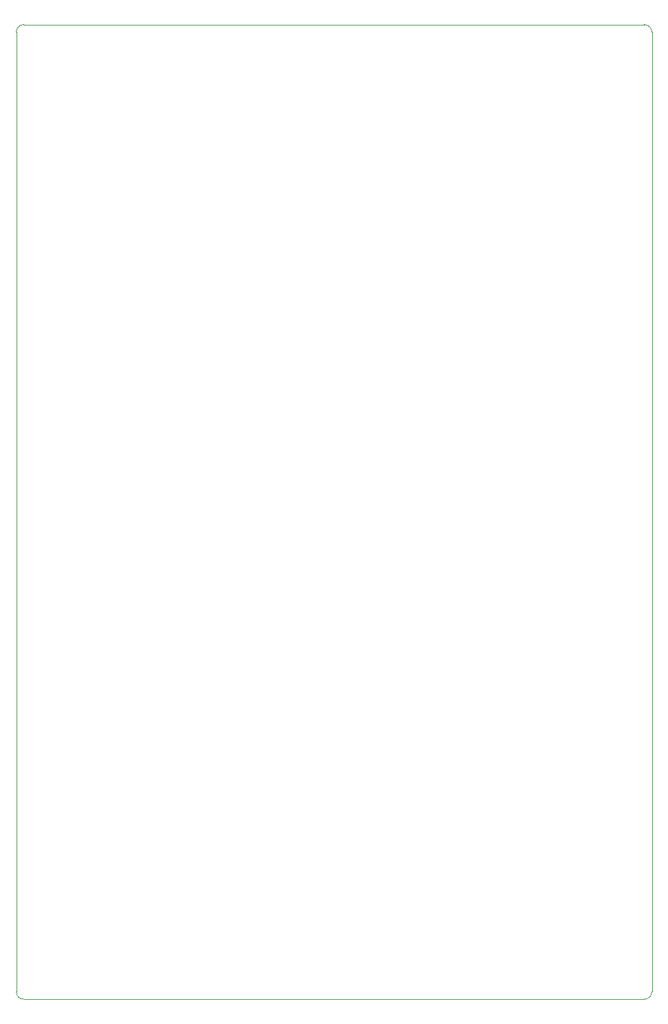
<source format=gbr>
%TF.GenerationSoftware,KiCad,Pcbnew,8.0.1*%
%TF.CreationDate,2024-09-23T04:48:19+08:00*%
%TF.ProjectId,bitaxeHex,62697461-7865-4486-9578-2e6b69636164,302*%
%TF.SameCoordinates,Original*%
%TF.FileFunction,Profile,NP*%
%FSLAX46Y46*%
G04 Gerber Fmt 4.6, Leading zero omitted, Abs format (unit mm)*
G04 Created by KiCad (PCBNEW 8.0.1) date 2024-09-23 04:48:19*
%MOMM*%
%LPD*%
G01*
G04 APERTURE LIST*
%TA.AperFunction,Profile*%
%ADD10C,0.100000*%
%TD*%
G04 APERTURE END LIST*
D10*
X50000000Y-174500000D02*
X50000000Y-47000000D01*
X51000000Y-175500000D02*
G75*
G02*
X50000000Y-174500000I0J1000000D01*
G01*
X133500000Y-175500000D02*
X51000000Y-175500000D01*
X51000000Y-46000000D02*
X133500000Y-46000000D01*
X134500000Y-47000000D02*
X134500000Y-174500000D01*
X50000000Y-47000000D02*
G75*
G02*
X51000000Y-46000000I1000000J0D01*
G01*
X134500000Y-174500000D02*
G75*
G02*
X133500000Y-175500000I-1000000J0D01*
G01*
X133500000Y-46000000D02*
G75*
G02*
X134500000Y-47000000I0J-1000000D01*
G01*
M02*

</source>
